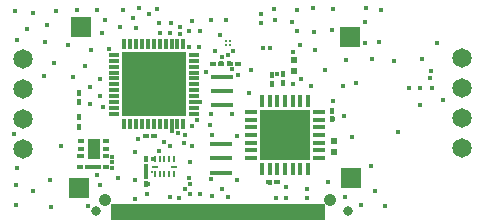
<source format=gbr>
G04 #@! TF.GenerationSoftware,KiCad,Pcbnew,(5.1.6)-1*
G04 #@! TF.CreationDate,2021-12-03T12:33:41+01:00*
G04 #@! TF.ProjectId,USBEMBEDED,55534245-4d42-4454-9445-442e6b696361,rev?*
G04 #@! TF.SameCoordinates,Original*
G04 #@! TF.FileFunction,Soldermask,Top*
G04 #@! TF.FilePolarity,Negative*
%FSLAX46Y46*%
G04 Gerber Fmt 4.6, Leading zero omitted, Abs format (unit mm)*
G04 Created by KiCad (PCBNEW (5.1.6)-1) date 2021-12-03 12:33:41*
%MOMM*%
%LPD*%
G01*
G04 APERTURE LIST*
%ADD10C,0.010000*%
%ADD11C,0.186000*%
%ADD12C,1.650000*%
%ADD13R,1.725000X1.725000*%
%ADD14R,0.200000X0.150000*%
%ADD15R,0.600000X0.200000*%
%ADD16R,0.200000X0.600000*%
%ADD17R,0.470000X0.440000*%
%ADD18C,1.067000*%
%ADD19C,0.813000*%
%ADD20R,1.100000X1.700000*%
%ADD21R,0.600000X0.350000*%
%ADD22R,4.200000X4.200000*%
%ADD23R,0.350000X1.050000*%
%ADD24R,1.050000X0.350000*%
%ADD25R,5.400000X5.400000*%
%ADD26R,0.950000X0.300000*%
%ADD27R,0.300000X0.950000*%
%ADD28R,0.400000X0.625000*%
%ADD29R,1.900000X0.400000*%
%ADD30R,0.620000X0.600000*%
%ADD31R,0.440000X0.470000*%
%ADD32C,0.450000*%
G04 APERTURE END LIST*
D10*
G04 #@! TO.C,U1*
G36*
X144783000Y-109940000D02*
G01*
X146257000Y-109940000D01*
X146257000Y-108720000D01*
X144783000Y-108720000D01*
X144783000Y-109940000D01*
G37*
X144783000Y-109940000D02*
X146257000Y-109940000D01*
X146257000Y-108720000D01*
X144783000Y-108720000D01*
X144783000Y-109940000D01*
G36*
X146053000Y-109940000D02*
G01*
X147527000Y-109940000D01*
X147527000Y-108720000D01*
X146053000Y-108720000D01*
X146053000Y-109940000D01*
G37*
X146053000Y-109940000D02*
X147527000Y-109940000D01*
X147527000Y-108720000D01*
X146053000Y-108720000D01*
X146053000Y-109940000D01*
G36*
X147323000Y-109940000D02*
G01*
X148797000Y-109940000D01*
X148797000Y-108720000D01*
X147323000Y-108720000D01*
X147323000Y-109940000D01*
G37*
X147323000Y-109940000D02*
X148797000Y-109940000D01*
X148797000Y-108720000D01*
X147323000Y-108720000D01*
X147323000Y-109940000D01*
G36*
X148593000Y-109940000D02*
G01*
X150067000Y-109940000D01*
X150067000Y-108720000D01*
X148593000Y-108720000D01*
X148593000Y-109940000D01*
G37*
X148593000Y-109940000D02*
X150067000Y-109940000D01*
X150067000Y-108720000D01*
X148593000Y-108720000D01*
X148593000Y-109940000D01*
G36*
X149863000Y-109940000D02*
G01*
X151337000Y-109940000D01*
X151337000Y-108720000D01*
X149863000Y-108720000D01*
X149863000Y-109940000D01*
G37*
X149863000Y-109940000D02*
X151337000Y-109940000D01*
X151337000Y-108720000D01*
X149863000Y-108720000D01*
X149863000Y-109940000D01*
G36*
X151133000Y-109940000D02*
G01*
X152607000Y-109940000D01*
X152607000Y-108720000D01*
X151133000Y-108720000D01*
X151133000Y-109940000D01*
G37*
X151133000Y-109940000D02*
X152607000Y-109940000D01*
X152607000Y-108720000D01*
X151133000Y-108720000D01*
X151133000Y-109940000D01*
G36*
X152403000Y-109940000D02*
G01*
X153877000Y-109940000D01*
X153877000Y-108720000D01*
X152403000Y-108720000D01*
X152403000Y-109940000D01*
G37*
X152403000Y-109940000D02*
X153877000Y-109940000D01*
X153877000Y-108720000D01*
X152403000Y-108720000D01*
X152403000Y-109940000D01*
G36*
X153673000Y-109940000D02*
G01*
X155147000Y-109940000D01*
X155147000Y-108720000D01*
X153673000Y-108720000D01*
X153673000Y-109940000D01*
G37*
X153673000Y-109940000D02*
X155147000Y-109940000D01*
X155147000Y-108720000D01*
X153673000Y-108720000D01*
X153673000Y-109940000D01*
G36*
X154943000Y-109940000D02*
G01*
X156417000Y-109940000D01*
X156417000Y-108720000D01*
X154943000Y-108720000D01*
X154943000Y-109940000D01*
G37*
X154943000Y-109940000D02*
X156417000Y-109940000D01*
X156417000Y-108720000D01*
X154943000Y-108720000D01*
X154943000Y-109940000D01*
G36*
X156213000Y-109940000D02*
G01*
X157687000Y-109940000D01*
X157687000Y-108720000D01*
X156213000Y-108720000D01*
X156213000Y-109940000D01*
G37*
X156213000Y-109940000D02*
X157687000Y-109940000D01*
X157687000Y-108720000D01*
X156213000Y-108720000D01*
X156213000Y-109940000D01*
G36*
X157483000Y-109940000D02*
G01*
X158957000Y-109940000D01*
X158957000Y-108720000D01*
X157483000Y-108720000D01*
X157483000Y-109940000D01*
G37*
X157483000Y-109940000D02*
X158957000Y-109940000D01*
X158957000Y-108720000D01*
X157483000Y-108720000D01*
X157483000Y-109940000D01*
G36*
X158753000Y-109940000D02*
G01*
X160227000Y-109940000D01*
X160227000Y-108720000D01*
X158753000Y-108720000D01*
X158753000Y-109940000D01*
G37*
X158753000Y-109940000D02*
X160227000Y-109940000D01*
X160227000Y-108720000D01*
X158753000Y-108720000D01*
X158753000Y-109940000D01*
G36*
X160023000Y-109940000D02*
G01*
X161497000Y-109940000D01*
X161497000Y-108720000D01*
X160023000Y-108720000D01*
X160023000Y-109940000D01*
G37*
X160023000Y-109940000D02*
X161497000Y-109940000D01*
X161497000Y-108720000D01*
X160023000Y-108720000D01*
X160023000Y-109940000D01*
G36*
X161293000Y-109940000D02*
G01*
X162767000Y-109940000D01*
X162767000Y-108720000D01*
X161293000Y-108720000D01*
X161293000Y-109940000D01*
G37*
X161293000Y-109940000D02*
X162767000Y-109940000D01*
X162767000Y-108720000D01*
X161293000Y-108720000D01*
X161293000Y-109940000D01*
G04 #@! TD*
D11*
G04 #@! TO.C,IC4*
X154865000Y-95235000D03*
X154515000Y-95235000D03*
X154865000Y-94885000D03*
X154515000Y-94885000D03*
G04 #@! TD*
D12*
G04 #@! TO.C,PCSIDE1*
X137270000Y-96390000D03*
X137270000Y-98930000D03*
X137270000Y-101470000D03*
X137270000Y-104010000D03*
G04 #@! TD*
G04 #@! TO.C,KEYBOARDSIDE1*
X174510000Y-103960000D03*
X174510000Y-101420000D03*
X174510000Y-98880000D03*
X174510000Y-96340000D03*
G04 #@! TD*
D13*
G04 #@! TO.C,TX1*
X165000000Y-94560000D03*
G04 #@! TD*
G04 #@! TO.C,RX1*
X165060000Y-106460000D03*
G04 #@! TD*
D14*
G04 #@! TO.C,IC5*
X148270000Y-105955000D03*
D15*
X148470000Y-105530000D03*
D16*
X148470000Y-104880000D03*
X148870000Y-104880000D03*
X149270000Y-104880000D03*
X149670000Y-104880000D03*
X150070000Y-104880000D03*
D15*
X150070000Y-105530000D03*
D16*
X150070000Y-106180000D03*
X149670000Y-106180000D03*
X149270000Y-106180000D03*
X148870000Y-106180000D03*
X148470000Y-106180000D03*
G04 #@! TD*
D13*
G04 #@! TO.C,GND1*
X142180000Y-93700000D03*
G04 #@! TD*
G04 #@! TO.C,5V+1*
X142030000Y-107360000D03*
G04 #@! TD*
D17*
G04 #@! TO.C,1uF4*
X155500000Y-96810000D03*
X154830000Y-96810000D03*
G04 #@! TD*
G04 #@! TO.C,1uF1*
X148415000Y-102980000D03*
X147745000Y-102980000D03*
G04 #@! TD*
G04 #@! TO.C,0.1uF3*
X158835000Y-106880000D03*
X158165000Y-106880000D03*
G04 #@! TD*
D18*
G04 #@! TO.C,U1*
X163300000Y-108339000D03*
D19*
X164799000Y-109330000D03*
X143488000Y-109330000D03*
D18*
X144250000Y-108339000D03*
G04 #@! TD*
D20*
G04 #@! TO.C,PS1*
X143280000Y-104020000D03*
D21*
X142230000Y-104670000D03*
X142230000Y-104020000D03*
X142230000Y-103370000D03*
X144330000Y-103370000D03*
X144330000Y-104020000D03*
X144330000Y-104670000D03*
G04 #@! TD*
D22*
G04 #@! TO.C,IC3*
X159500000Y-102870000D03*
D23*
X157550000Y-100020000D03*
X158200000Y-100020000D03*
X158850000Y-100020000D03*
X159500000Y-100020000D03*
X160150000Y-100020000D03*
X160800000Y-100020000D03*
X161450000Y-100020000D03*
D24*
X162350000Y-100920000D03*
X162350000Y-101570000D03*
X162350000Y-102220000D03*
X162350000Y-102870000D03*
X162350000Y-103520000D03*
X162350000Y-104170000D03*
X162350000Y-104820000D03*
D23*
X161450000Y-105720000D03*
X160800000Y-105720000D03*
X160150000Y-105720000D03*
X159500000Y-105720000D03*
X158850000Y-105720000D03*
X158200000Y-105720000D03*
X157550000Y-105720000D03*
D24*
X156650000Y-104820000D03*
X156650000Y-104170000D03*
X156650000Y-103520000D03*
X156650000Y-102870000D03*
X156650000Y-102220000D03*
X156650000Y-101570000D03*
X156650000Y-100920000D03*
G04 #@! TD*
D25*
G04 #@! TO.C,IC2*
X148380000Y-98570000D03*
D26*
X144980000Y-101070000D03*
X144980000Y-100570000D03*
X144980000Y-100070000D03*
X144980000Y-99570000D03*
X144980000Y-99070000D03*
X144980000Y-98570000D03*
X144980000Y-98070000D03*
X144980000Y-97570000D03*
X144980000Y-97070000D03*
X144980000Y-96570000D03*
X144980000Y-96070000D03*
D27*
X145880000Y-95170000D03*
X146380000Y-95170000D03*
X146880000Y-95170000D03*
X147380000Y-95170000D03*
X147880000Y-95170000D03*
X148380000Y-95170000D03*
X148880000Y-95170000D03*
X149380000Y-95170000D03*
X149880000Y-95170000D03*
X150380000Y-95170000D03*
X150880000Y-95170000D03*
D26*
X151780000Y-96070000D03*
X151780000Y-96570000D03*
X151780000Y-97070000D03*
X151780000Y-97570000D03*
X151780000Y-98070000D03*
X151780000Y-98570000D03*
X151780000Y-99070000D03*
X151780000Y-99570000D03*
X151780000Y-100070000D03*
X151780000Y-100570000D03*
X151780000Y-101070000D03*
D27*
X150880000Y-101970000D03*
X150380000Y-101970000D03*
X149880000Y-101970000D03*
X149380000Y-101970000D03*
X148880000Y-101970000D03*
X148380000Y-101970000D03*
X147880000Y-101970000D03*
X147380000Y-101970000D03*
X146880000Y-101970000D03*
X146380000Y-101970000D03*
X145880000Y-101970000D03*
G04 #@! TD*
D28*
G04 #@! TO.C,22Ohm2*
X142090000Y-100092000D03*
X142090000Y-99268000D03*
G04 #@! TD*
G04 #@! TO.C,22Ohm1*
X142090000Y-102142000D03*
X142090000Y-101318000D03*
G04 #@! TD*
D17*
G04 #@! TO.C,1uF5*
X153390000Y-96810000D03*
X154060000Y-96810000D03*
G04 #@! TD*
G04 #@! TO.C,1uF3*
X142175000Y-105550000D03*
X142845000Y-105550000D03*
G04 #@! TD*
G04 #@! TO.C,1uF2*
X144325000Y-105550000D03*
X143655000Y-105550000D03*
G04 #@! TD*
D29*
G04 #@! TO.C,16Mhz2*
X154110000Y-106040000D03*
X154110000Y-104840000D03*
X154110000Y-103640000D03*
G04 #@! TD*
G04 #@! TO.C,16Mhz1*
X154120000Y-100330000D03*
X154120000Y-99130000D03*
X154120000Y-97930000D03*
G04 #@! TD*
D30*
G04 #@! TO.C,10uF2*
X160260000Y-96490000D03*
X160260000Y-97410000D03*
G04 #@! TD*
G04 #@! TO.C,10uF1*
X163640000Y-104270000D03*
X163640000Y-103350000D03*
G04 #@! TD*
D28*
G04 #@! TO.C,10KOhm1*
X158360000Y-98572000D03*
X158360000Y-97748000D03*
G04 #@! TD*
G04 #@! TO.C,10KOhm2*
X159330000Y-97658000D03*
X159330000Y-98482000D03*
G04 #@! TD*
D31*
G04 #@! TO.C,0.1uF4*
X163510000Y-100845000D03*
X163510000Y-101515000D03*
G04 #@! TD*
G04 #@! TO.C,0.1uF2*
X147750000Y-105565000D03*
X147750000Y-104895000D03*
G04 #@! TD*
G04 #@! TO.C,0.1uF1*
X147760000Y-106350000D03*
X147760000Y-107020000D03*
G04 #@! TD*
D32*
X154760000Y-96770000D03*
X154080000Y-96770000D03*
X171130000Y-96420000D03*
X170910000Y-100320000D03*
X169090000Y-102640000D03*
X156650000Y-103520000D03*
X156620000Y-97370000D03*
X150450000Y-97040000D03*
X146730000Y-96890000D03*
X148530000Y-96890000D03*
X150430000Y-98650000D03*
X146520000Y-98410000D03*
X148570000Y-98610000D03*
X148570000Y-100400000D03*
X150420000Y-100390000D03*
X146530000Y-100390000D03*
X158210000Y-106890000D03*
X154080000Y-104840000D03*
X154110000Y-99130000D03*
X143540000Y-103410000D03*
X142980000Y-103420000D03*
X142970000Y-104050000D03*
X143560000Y-104070000D03*
X143520000Y-104630000D03*
X142960000Y-104630000D03*
X143270000Y-105570000D03*
X136620000Y-92350000D03*
X140080000Y-92330000D03*
X143610000Y-92280000D03*
X145740000Y-92240000D03*
X141910000Y-92280000D03*
X136730000Y-108820000D03*
X139650000Y-108960000D03*
X142790000Y-108910000D03*
X141090000Y-95250000D03*
X141500000Y-97920000D03*
X142950000Y-98770000D03*
X143860000Y-99580000D03*
X143830000Y-98160000D03*
X142580000Y-97060000D03*
X143050000Y-95690000D03*
X144000000Y-94220000D03*
X144240000Y-93140000D03*
X143840000Y-107060000D03*
X146760000Y-106660000D03*
X145310000Y-106470000D03*
X143610000Y-106250000D03*
X158730000Y-108200000D03*
X159550000Y-107240000D03*
X159540000Y-108220000D03*
X161350000Y-108200000D03*
X161320000Y-107470000D03*
X146880000Y-93840000D03*
X145560000Y-93750000D03*
X146630000Y-92930000D03*
X147090000Y-92120000D03*
X148870000Y-94240000D03*
X148840000Y-93370000D03*
X149850000Y-93380000D03*
X150620000Y-93740000D03*
X151390000Y-94020000D03*
X151400000Y-95400000D03*
X152250000Y-95400000D03*
X152280000Y-94020000D03*
X151580000Y-93180000D03*
X154470000Y-93150000D03*
X153220000Y-93140000D03*
X154960000Y-97290000D03*
X153230000Y-101120000D03*
X155020000Y-101110000D03*
X153310000Y-102860000D03*
X155410000Y-102970000D03*
X163130000Y-106820000D03*
X164570000Y-108110000D03*
X165950000Y-108780000D03*
X172350000Y-95110000D03*
X167110000Y-107580000D03*
X167980000Y-108850000D03*
X168760000Y-96570000D03*
X166880000Y-96400000D03*
X164620000Y-96480000D03*
X164430000Y-98690000D03*
X164460000Y-101260000D03*
X163580000Y-99980000D03*
X161730000Y-98720000D03*
X162870000Y-97350000D03*
X162070000Y-95680000D03*
X160800000Y-95230000D03*
X167440000Y-94950000D03*
X167580000Y-92280000D03*
X166280000Y-95030000D03*
X166320000Y-92120000D03*
X166290000Y-93300000D03*
X163450000Y-94010000D03*
X163530000Y-92160000D03*
X161940000Y-94130000D03*
X161900000Y-92140000D03*
X160520000Y-94090000D03*
X160540000Y-92270000D03*
X160040000Y-93290000D03*
X158540000Y-92190000D03*
X166800000Y-105450000D03*
X157480000Y-92580000D03*
X152770000Y-97490000D03*
X149730000Y-108080000D03*
X147760000Y-105950000D03*
X153230000Y-106600000D03*
X163640000Y-104270000D03*
X151640000Y-102070000D03*
X151440000Y-105110000D03*
X151640000Y-103810000D03*
X170010000Y-98910000D03*
X170960000Y-98910000D03*
X171900000Y-98920000D03*
X137660000Y-93870000D03*
X139310000Y-93550000D03*
X139150000Y-95020000D03*
X139950000Y-96800000D03*
X136560000Y-102750000D03*
X136840000Y-105660000D03*
X139600000Y-106670000D03*
X138180000Y-107580000D03*
X136740000Y-107120000D03*
X139080000Y-97840000D03*
X136780000Y-94860000D03*
X138160000Y-92530000D03*
X154680000Y-96100000D03*
X154180000Y-96220000D03*
X155090000Y-95730000D03*
X154010000Y-94430000D03*
X156470000Y-99310000D03*
X160250000Y-97410000D03*
X163520000Y-101520000D03*
X158835000Y-106880000D03*
X160193520Y-98580000D03*
X158830000Y-97680000D03*
X146820000Y-108300000D03*
X155490000Y-96830000D03*
X147910000Y-107020000D03*
X171810000Y-97460000D03*
X171790000Y-98010000D03*
X153600000Y-95730000D03*
X153410000Y-96810000D03*
X144800000Y-104690000D03*
X144800000Y-105150000D03*
X144810000Y-105620000D03*
X144552998Y-95590000D03*
X144110000Y-100520000D03*
X150590000Y-94340000D03*
X152304018Y-100068572D03*
X146750000Y-104260000D03*
X148276553Y-104861053D03*
X165140000Y-103000000D03*
X160870000Y-98100000D03*
X148660000Y-92160000D03*
X153280000Y-108030000D03*
X158186340Y-95493660D03*
X142090000Y-104660000D03*
X142230000Y-103370000D03*
X140550000Y-103830000D03*
X142950000Y-100200000D03*
X147060000Y-103200000D03*
X147960000Y-92590000D03*
X154653712Y-108133712D03*
X158601840Y-93110000D03*
X157478951Y-93351049D03*
X157609899Y-95468231D03*
X165480000Y-98460000D03*
X151010000Y-102860000D03*
X149740000Y-103830000D03*
X150540000Y-108220000D03*
X150447168Y-102732909D03*
X149278398Y-103483799D03*
X149885230Y-102515989D03*
X147820000Y-107870000D03*
X148819513Y-104228822D03*
X149760000Y-94230000D03*
X150957606Y-103500000D03*
X172900000Y-99870000D03*
X151454500Y-107049376D03*
X153180000Y-101980000D03*
X151454500Y-107880376D03*
X152285500Y-107880376D03*
X151033575Y-107444032D03*
X154120000Y-107464876D03*
X155440000Y-106633876D03*
X151361001Y-106480000D03*
X160193520Y-95837998D03*
X152030001Y-101580000D03*
X155502998Y-97800000D03*
M02*

</source>
